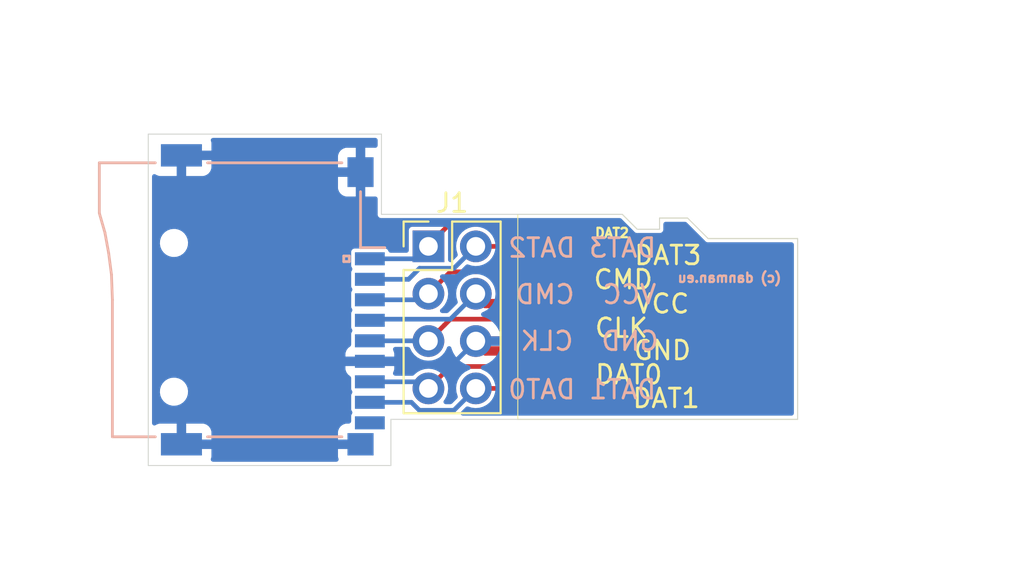
<source format=kicad_pcb>
(kicad_pcb (version 20211014) (generator pcbnew)
  (layers (0 "F.Cu" signal) (31 "B.Cu" signal) (34 "B.Paste" user) (35 "F.Paste" user) (36 "B.SilkS" user "B.Silkscreen") (37 "F.SilkS" user "F.Silkscreen") (38 "B.Mask" user) (39 "F.Mask" user) (44 "Edge.Cuts" user))
  (net 0 "")
  (net 1 "DAT1")
  (net 2 "DAT0")
  (net 3 "VSS")
  (net 4 "CLK")
  (net 5 "VDD")
  (net 6 "CMD")
  (net 7 "DAT3")
  (net 8 "DAT2")
  (footprint "sdbreakout:microSD_Card" (layer "F.Cu") (at 141.15 48.3)
    (fp_text reference "X1" hide)
    (fp_text value "microSD_Card" hide)
    (fp_line (start -7.5 4.9) (end 7.5 4.9) (layer "F.SilkS") (width 0.05))
    (fp_line (start -1.9 -6.1) (end -7.5 -6.1) (layer "F.SilkS") (width 0.05))
    (fp_line (start 2.7 -4.8) (end 1.6 -5.9) (layer "F.SilkS") (width 0.05))
    (fp_line (start -7.5 -6.1) (end -7.5 4.9) (layer "F.SilkS") (width 0.05))
    (fp_line (start 0.1 -5.9) (end 0.1 -5.3) (layer "F.SilkS") (width 0.05))
    (fp_line (start 0.1 -5.9) (end 1.6 -5.9) (layer "F.SilkS") (width 0.05))
    (fp_line (start 2.7 -4.8) (end 7.5 -4.8) (layer "F.SilkS") (width 0.05))
    (fp_line (start 7.5 -4.8) (end 7.5 4.9) (layer "F.SilkS") (width 0.05))
    (fp_line (start -1.1 -5.3) (end 0.1 -5.3) (layer "F.SilkS") (width 0.05))
    (fp_line (start -1.1 -5.3) (end -1.9 -6.1) (layer "F.SilkS") (width 0.05))
    (pad "1" smd rect locked (at 4.95 -3.8 90) (size 0.8 2.9) (layers "F.Cu" "F.Paste" "F.Mask") (net 8 "DAT2"))
    (pad "2" smd rect locked (at 4.95 -2.7 90) (size 0.8 2.9) (layers "F.Cu" "F.Paste" "F.Mask") (net 7 "DAT3"))
    (pad "3" smd rect locked (at 4.95 -1.6 90) (size 0.8 2.9) (layers "F.Cu" "F.Paste" "F.Mask") (net 6 "CMD"))
    (pad "4" smd rect locked (at 5.1 -0.5 90) (size 0.8 3.2) (layers "F.Cu" "F.Paste" "F.Mask") (net 5 "VDD"))
    (pad "5" smd rect locked (at 4.95 0.6 90) (size 0.8 2.9) (layers "F.Cu" "F.Paste" "F.Mask") (net 4 "CLK"))
    (pad "6" smd rect locked (at 5.1 1.7 90) (size 0.8 3.2) (layers "F.Cu" "F.Paste" "F.Mask") (net 3 "VSS"))
    (pad "7" smd rect locked (at 4.95 2.8 90) (size 0.8 2.9) (layers "F.Cu" "F.Paste" "F.Mask") (net 2 "DAT0"))
    (pad "8" smd rect locked (at 4.95 3.9 90) (size 0.8 2.9) (layers "F.Cu" "F.Paste" "F.Mask") (net 1 "DAT1"))
  )
  (footprint "Connector_PinHeader_2.54mm:PinHeader_2x04_P2.54mm_Vertical" (layer "F.Cu") (at 128.86 43.92)
    (fp_text reference "J1" (at 1.27 -2.33) (layer "F.SilkS"))
    (fp_text value "Conn_01x08_Male")
    (fp_line (start 1.27 1.27) (end 1.27 -1.33) (layer "F.SilkS") (width 0.12))
    (fp_line (start -1.33 1.27) (end 1.27 1.27) (layer "F.SilkS") (width 0.12))
    (fp_line (start -1.33 1.27) (end -1.33 8.95) (layer "F.SilkS") (width 0.12))
    (fp_line (start -1.33 8.95) (end 3.87 8.95) (layer "F.SilkS") (width 0.12))
    (fp_line (start -1.33 0) (end -1.33 -1.33) (layer "F.SilkS") (width 0.12))
    (fp_line (start 1.27 -1.33) (end 3.87 -1.33) (layer "F.SilkS") (width 0.12))
    (fp_line (start 3.87 -1.33) (end 3.87 8.95) (layer "F.SilkS") (width 0.12))
    (fp_line (start -1.33 -1.33) (end 0 -1.33) (layer "F.SilkS") (width 0.12))
    (pad "1" thru_hole rect locked (at 0 0) (size 1.7 1.7) (drill 1) (layers *.Cu *.Mask) (net 8 "DAT2"))
    (pad "2" thru_hole oval locked (at 2.54 0) (size 1.7 1.7) (drill 1) (layers *.Cu *.Mask) (net 7 "DAT3"))
    (pad "3" thru_hole oval locked (at 0 2.54) (size 1.7 1.7) (drill 1) (layers *.Cu *.Mask) (net 6 "CMD"))
    (pad "4" thru_hole oval locked (at 2.54 2.54) (size 1.7 1.7) (drill 1) (layers *.Cu *.Mask) (net 5 "VDD"))
    (pad "5" thru_hole oval locked (at 0 5.08) (size 1.7 1.7) (drill 1) (layers *.Cu *.Mask) (net 4 "CLK"))
    (pad "6" thru_hole oval locked (at 2.54 5.08) (size 1.7 1.7) (drill 1) (layers *.Cu *.Mask) (net 3 "VSS"))
    (pad "7" thru_hole oval locked (at 0 7.62) (size 1.7 1.7) (drill 1) (layers *.Cu *.Mask) (net 2 "DAT0"))
    (pad "8" thru_hole oval locked (at 2.54 7.62) (size 1.7 1.7) (drill 1) (layers *.Cu *.Mask) (net 1 "DAT1"))
  )
  (footprint "sdcard:Conn_uSDcard" (layer "B.Cu") (at 118.7196 46.7868 90)
    (fp_text reference "J2")
    (fp_text value "Micro_SD_Card")
    (fp_line (start -7.35 -1.7) (end -7.35 5.5) (layer "B.SilkS") (width 0.15))
    (fp_line (start 3.6 -7.2) (end 4.65 -7.5) (layer "B.SilkS") (width 0.15))
    (fp_line (start 0 -6.8) (end 1.35 -6.85) (layer "B.SilkS") (width 0.15))
    (fp_line (start 7.35 -7.5) (end 7.35 -4.5) (layer "B.SilkS") (width 0.15))
    (fp_line (start -7.35 -4.5) (end -7.35 -6.8) (layer "B.SilkS") (width 0.15))
    (fp_line (start 1.35 -6.85) (end 2.5 -7) (layer "B.SilkS") (width 0.15))
    (fp_line (start 2.05 5.9) (end 2.05 5.6) (layer "B.SilkS") (width 0.15))
    (fp_line (start 2.35 5.9) (end 2.05 5.9) (layer "B.SilkS") (width 0.15))
    (fp_line (start 4.65 -7.5) (end 7.35 -7.5) (layer "B.SilkS") (width 0.15))
    (fp_line (start 2.5 -7) (end 3.6 -7.2) (layer "B.SilkS") (width 0.15))
    (fp_line (start 7.35 5.5) (end 7.35 -1.7) (layer "B.SilkS") (width 0.15))
    (fp_line (start 2.05 5.6) (end 2.35 5.6) (layer "B.SilkS") (width 0.15))
    (fp_line (start 2.8 6.5) (end 2.8 7.8) (layer "B.SilkS") (width 0.15))
    (fp_line (start 2.8 6.5) (end 5.8 6.5) (layer "B.SilkS") (width 0.15))
    (fp_line (start -7.35 -6.8) (end 0 -6.8) (layer "B.SilkS") (width 0.15))
    (fp_line (start 2.35 5.6) (end 2.35 5.9) (layer "B.SilkS") (width 0.15))
    (pad "" np_thru_hole circle locked (at 3.05 -3.5 90) (size 1 1) (drill 1) (layers *.Cu))
    (pad "" np_thru_hole circle locked (at -4.93 -3.5 90) (size 1 1) (drill 1) (layers *.Cu))
    (pad "1" smd rect locked (at 2.2 7 90) (size 0.7 1.6) (layers "B.Cu" "B.Paste" "B.Mask") (net 8 "DAT2"))
    (pad "2" smd rect locked (at 1.1 7 90) (size 0.7 1.6) (layers "B.Cu" "B.Paste" "B.Mask") (net 7 "DAT3"))
    (pad "3" smd rect locked (at 0 7 90) (size 0.7 1.6) (layers "B.Cu" "B.Paste" "B.Mask") (net 6 "CMD"))
    (pad "4" smd rect locked (at -1.1 7 90) (size 0.7 1.6) (layers "B.Cu" "B.Paste" "B.Mask") (net 5 "VDD"))
    (pad "5" smd rect locked (at -2.2 7 90) (size 0.7 1.6) (layers "B.Cu" "B.Paste" "B.Mask") (net 4 "CLK"))
    (pad "6" smd rect locked (at 7.75 -3.1 90) (size 1.2 2.2) (layers "B.Cu" "B.Paste" "B.Mask") (net 3 "VSS"))
    (pad "6" smd rect locked (at 6.85 6.5 90) (size 1.6 1.4) (layers "B.Cu" "B.Paste" "B.Mask") (net 3 "VSS"))
    (pad "6" smd rect locked (at -7.75 -3.1 90) (size 1.2 2.2) (layers "B.Cu" "B.Paste" "B.Mask") (net 3 "VSS"))
    (pad "6" smd rect locked (at -7.75 6.5 90) (size 1.2 1.4) (layers "B.Cu" "B.Paste" "B.Mask") (net 3 "VSS"))
    (pad "6" smd rect locked (at -3.3 7 90) (size 0.7 1.6) (layers "B.Cu" "B.Paste" "B.Mask") (net 3 "VSS"))
    (pad "7" smd rect locked (at -4.4 7 90) (size 0.7 1.6) (layers "B.Cu" "B.Paste" "B.Mask") (net 2 "DAT0"))
    (pad "8" smd rect locked (at -5.5 7 90) (size 0.7 1.6) (layers "B.Cu" "B.Paste" "B.Mask") (net 1 "DAT1"))
    (pad "9" smd rect locked (at -6.6 7 90) (size 0.7 1.6) (layers "B.Cu" "B.Paste" "B.Mask"))
  )
  (gr_line (start 148.65 53.2) (end 148.65 43.5) (layer "Edge.Cuts") (width 0.05))
  (gr_line (start 113.8428 37.8968) (end 113.8428 55.6768) (layer "Edge.Cuts") (width 0.05))
  (gr_line (start 140.05 43) (end 139.25 42.2) (layer "Edge.Cuts") (width 0.05))
  (gr_line (start 113.8428 55.6768) (end 126.8476 55.6768) (layer "Edge.Cuts") (width 0.05))
  (gr_line (start 126.3396 37.8968) (end 113.8428 37.8968) (layer "Edge.Cuts") (width 0.05))
  (gr_line (start 141.25 43) (end 140.05 43) (layer "Edge.Cuts") (width 0.05))
  (gr_line (start 142.75 42.4) (end 141.25 42.4) (layer "Edge.Cuts") (width 0.05))
  (gr_line (start 139.25 42.2) (end 126.3396 42.2) (layer "Edge.Cuts") (width 0.05))
  (gr_line (start 126.8476 55.6768) (end 126.8476 53.2) (layer "Edge.Cuts") (width 0.05))
  (gr_line (start 126.3396 42.2) (end 126.3396 37.8968) (layer "Edge.Cuts") (width 0.05))
  (gr_line (start 143.85 43.5) (end 142.75 42.4) (layer "Edge.Cuts") (width 0.05))
  (gr_line (start 148.65 43.5) (end 143.85 43.5) (layer "Edge.Cuts") (width 0.05))
  (gr_line (start 141.25 42.4) (end 141.25 43) (layer "Edge.Cuts") (width 0.05))
  (gr_line (start 126.8476 53.2) (end 148.65 53.2) (layer "Edge.Cuts") (width 0.05))
  (gr_text "GND  CLK" (at 137.5 49) (layer "B.SilkS") (effects (font (size 1 1)) (justify mirror)))
  (gr_text "DAT3 DAT2" (at 137.1 44) (layer "B.SilkS") (effects (font (size 1 1)) (justify mirror)))
  (gr_text "VCC  CMD" (at 137.3 46.5) (layer "B.SilkS") (effects (font (size 1 1)) (justify mirror)))
  (gr_text "(c) danman.eu" (at 145 45.6) (layer "B.SilkS") (effects (font (size 0.5 0.5) (thickness 0.125)) (justify mirror)))
  (gr_text "DAT1 DAT0" (at 137.1 51.6) (layer "B.SilkS") (effects (font (size 1 1)) (justify mirror)))
  (gr_text "DAT0" (at 139.6 50.8) (layer "F.SilkS") (effects (font (size 1 1))))
  (gr_text "CMD" (at 139.3 45.7) (layer "F.SilkS") (effects (font (size 1 1))))
  (gr_text "DAT2" (at 138.7 43.2) (layer "F.SilkS") (effects (font (size 0.5 0.5) (thickness 0.125))))
  (gr_text "DAT1" (at 141.605 52.07) (layer "F.SilkS") (effects (font (size 1 1))))
  (gr_text "VCC" (at 141.4 47) (layer "F.SilkS") (effects (font (size 1 1))))
  (gr_text "CLK" (at 139.2 48.3) (layer "F.SilkS") (effects (font (size 1 1))))
  (gr_text "DAT3" (at 141.7 44.4) (layer "F.SilkS") (effects (font (size 1 1))))
  (gr_text "GND" (at 141.4 49.5) (layer "F.SilkS") (effects (font (size 1 1))))
  (segment (start 141.1 52.2) (end 140.97 52.07) (width 0.25) (layer "F.Cu") (net 1))
  (segment (start 135.89 52.07) (end 137.16 52.07) (width 1) (layer "F.Cu") (net 1))
  (segment (start 133.35 52.07) (end 135.89 52.07) (width 1) (layer "F.Cu") (net 1))
  (segment (start 133.35 52.07) (end 132.82 51.54) (width 0.25) (layer "F.Cu") (net 1))
  (segment (start 132.82 51.54) (end 131.4 51.54) (width 0.25) (layer "F.Cu") (net 1))
  (segment (start 146.1 52.2) (end 141.1 52.2) (width 0.25) (layer "F.Cu") (net 1))
  (segment (start 140.97 52.07) (end 135.89 52.07) (width 0.25) (layer "F.Cu") (net 1))
  (segment (start 127.94579 52.2868) (end 128.373501 52.714511) (width 0.25) (layer "B.Cu") (net 1))
  (segment (start 130.225489 52.714511) (end 131.4 51.54) (width 0.25) (layer "B.Cu") (net 1))
  (segment (start 125.7196 52.2868) (end 127.94579 52.2868) (width 0.25) (layer "B.Cu") (net 1))
  (segment (start 128.373501 52.714511) (end 130.225489 52.714511) (width 0.25) (layer "B.Cu") (net 1))
  (segment (start 129.709999 50.690001) (end 128.86 51.54) (width 0.25) (layer "F.Cu") (net 2))
  (segment (start 146.1 51.1) (end 141.27 51.1) (width 0.25) (layer "F.Cu") (net 2))
  (segment (start 132.914999 50.364999) (end 130.035001 50.364999) (width 0.25) (layer "F.Cu") (net 2))
  (segment (start 140.97 50.8) (end 135.89 50.8) (width 0.25) (layer "F.Cu") (net 2))
  (segment (start 130.035001 50.364999) (end 129.709999 50.690001) (width 0.25) (layer "F.Cu") (net 2))
  (segment (start 135.89 50.8) (end 137.16 50.8) (width 1) (layer "F.Cu") (net 2))
  (segment (start 133.35 50.8) (end 132.914999 50.364999) (width 0.25) (layer "F.Cu") (net 2))
  (segment (start 141.27 51.1) (end 140.97 50.8) (width 0.25) (layer "F.Cu") (net 2))
  (segment (start 133.35 50.8) (end 135.89 50.8) (width 1) (layer "F.Cu") (net 2))
  (segment (start 128.5068 51.1868) (end 128.86 51.54) (width 0.25) (layer "B.Cu") (net 2))
  (segment (start 125.7196 51.1868) (end 128.5068 51.1868) (width 0.25) (layer "B.Cu") (net 2))
  (segment (start 131.93 49.53) (end 131.4 49) (width 0.5) (layer "F.Cu") (net 3))
  (segment (start 133.35 49.53) (end 135.89 49.53) (width 1) (layer "F.Cu") (net 3))
  (segment (start 141.44 50) (end 140.97 49.53) (width 0.5) (layer "F.Cu") (net 3))
  (segment (start 133.35 49.53) (end 131.93 49.53) (width 0.5) (layer "F.Cu") (net 3))
  (segment (start 140.97 49.53) (end 135.89 49.53) (width 0.5) (layer "F.Cu") (net 3))
  (segment (start 146.25 50) (end 141.44 50) (width 0.5) (layer "F.Cu") (net 3))
  (segment (start 135.89 49.53) (end 137.16 49.53) (width 1) (layer "F.Cu") (net 3))
  (segment (start 125.7196 50.0868) (end 125.807311 50.174511) (width 0.25) (layer "B.Cu") (net 3))
  (segment (start 130.225489 50.174511) (end 131.4 49) (width 0.25) (layer "B.Cu") (net 3))
  (segment (start 125.807311 50.174511) (end 130.225489 50.174511) (width 0.25) (layer "B.Cu") (net 3))
  (segment (start 140.97 48.26) (end 134.62 48.26) (width 0.25) (layer "F.Cu") (net 4))
  (segment (start 133.35 48.26) (end 134.62 48.26) (width 1) (layer "F.Cu") (net 4))
  (segment (start 133.35 48.26) (end 132.914999 47.824999) (width 0.25) (layer "F.Cu") (net 4))
  (segment (start 129.709999 48.150001) (end 128.86 49) (width 0.25) (layer "F.Cu") (net 4))
  (segment (start 134.62 48.26) (end 137.16 48.26) (width 1) (layer "F.Cu") (net 4))
  (segment (start 132.914999 47.824999) (end 130.035001 47.824999) (width 0.25) (layer "F.Cu") (net 4))
  (segment (start 141.61 48.9) (end 140.97 48.26) (width 0.25) (layer "F.Cu") (net 4))
  (segment (start 130.035001 47.824999) (end 129.709999 48.150001) (width 0.25) (layer "F.Cu") (net 4))
  (segment (start 146.1 48.9) (end 141.61 48.9) (width 0.25) (layer "F.Cu") (net 4))
  (segment (start 128.8468 48.9868) (end 128.86 49) (width 0.25) (layer "B.Cu") (net 4))
  (segment (start 125.7196 48.9868) (end 128.8468 48.9868) (width 0.25) (layer "B.Cu") (net 4))
  (segment (start 133.35 46.99) (end 131.93 46.99) (width 0.5) (layer "F.Cu") (net 5))
  (segment (start 141.78 47.8) (end 140.97 46.99) (width 0.5) (layer "F.Cu") (net 5))
  (segment (start 140.97 46.99) (end 135.89 46.99) (width 0.5) (layer "F.Cu") (net 5))
  (segment (start 131.93 46.99) (end 131.4 46.46) (width 0.5) (layer "F.Cu") (net 5))
  (segment (start 133.35 46.99) (end 135.89 46.99) (width 1) (layer "F.Cu") (net 5))
  (segment (start 135.89 46.99) (end 137.16 46.99) (width 1) (layer "F.Cu") (net 5))
  (segment (start 146.25 47.8) (end 141.78 47.8) (width 0.5) (layer "F.Cu") (net 5))
  (segment (start 125.7196 47.8868) (end 125.780911 47.825489) (width 0.25) (layer "B.Cu") (net 5))
  (segment (start 130.034511 47.825489) (end 131.4 46.46) (width 0.25) (layer "B.Cu") (net 5))
  (segment (start 125.780911 47.825489) (end 130.034511 47.825489) (width 0.25) (layer "B.Cu") (net 5))
  (segment (start 132.914999 45.284999) (end 130.035001 45.284999) (width 0.25) (layer "F.Cu") (net 6))
  (segment (start 133.35 45.72) (end 135.89 45.72) (width 1) (layer "F.Cu") (net 6))
  (segment (start 141.982192 46.7) (end 141.002192 45.72) (width 0.25) (layer "F.Cu") (net 6))
  (segment (start 146.1 46.7) (end 141.982192 46.7) (width 0.25) (layer "F.Cu") (net 6))
  (segment (start 133.35 45.72) (end 132.914999 45.284999) (width 0.25) (layer "F.Cu") (net 6))
  (segment (start 130.035001 45.284999) (end 129.709999 45.610001) (width 0.25) (layer "F.Cu") (net 6))
  (segment (start 129.709999 45.610001) (end 128.86 46.46) (width 0.25) (layer "F.Cu") (net 6))
  (segment (start 135.89 45.72) (end 137.16 45.72) (width 1) (layer "F.Cu") (net 6))
  (segment (start 141.002192 45.72) (end 135.89 45.72) (width 0.25) (layer "F.Cu") (net 6))
  (segment (start 128.5332 46.7868) (end 128.86 46.46) (width 0.25) (layer "B.Cu") (net 6))
  (segment (start 125.7196 46.7868) (end 128.5332 46.7868) (width 0.25) (layer "B.Cu") (net 6))
  (segment (start 146.1 45.6) (end 141.518602 45.6) (width 0.25) (layer "F.Cu") (net 7))
  (segment (start 141.518602 45.6) (end 140.368602 44.45) (width 0.25) (layer "F.Cu") (net 7))
  (segment (start 133.35 44.45) (end 132.82 43.92) (width 0.25) (layer "F.Cu") (net 7))
  (segment (start 132.82 43.92) (end 131.4 43.92) (width 0.25) (layer "F.Cu") (net 7))
  (segment (start 140.368602 44.45) (end 137.16 44.45) (width 0.25) (layer "F.Cu") (net 7))
  (segment (start 133.35 44.45) (end 137.16 44.45) (width 1) (layer "F.Cu") (net 7))
  (segment (start 130.225489 45.094511) (end 131.4 43.92) (width 0.25) (layer "B.Cu") (net 7))
  (segment (start 127.7952 45.6868) (end 128.387489 45.094511) (width 0.25) (layer "B.Cu") (net 7))
  (segment (start 128.387489 45.094511) (end 130.225489 45.094511) (width 0.25) (layer "B.Cu") (net 7))
  (segment (start 125.7196 45.6868) (end 127.7952 45.6868) (width 0.25) (layer "B.Cu") (net 7))
  (segment (start 133.35 43.18) (end 132.914999 42.744999) (width 0.25) (layer "F.Cu") (net 8))
  (segment (start 133.35 43.18) (end 137.16 43.18) (width 1) (layer "F.Cu") (net 8))
  (segment (start 141.055012 44.5) (end 144.4 44.5) (width 0.25) (layer "F.Cu") (net 8))
  (segment (start 129.975001 42.744999) (end 129.54 43.18) (width 0.25) (layer "F.Cu") (net 8))
  (segment (start 137.16 43.18) (end 139.735012 43.18) (width 0.25) (layer "F.Cu") (net 8))
  (segment (start 144.4 44.5) (end 146.1 44.5) (width 0.25) (layer "F.Cu") (net 8))
  (segment (start 139.735012 43.18) (end 141.055012 44.5) (width 0.25) (layer "F.Cu") (net 8))
  (segment (start 132.914999 42.744999) (end 129.975001 42.744999) (width 0.25) (layer "F.Cu") (net 8))
  (segment (start 129.54 43.24) (end 128.86 43.92) (width 0.25) (layer "F.Cu") (net 8))
  (segment (start 129.54 43.18) (end 129.54 43.24) (width 0.25) (layer "F.Cu") (net 8))
  (segment (start 128.1932 44.5868) (end 128.86 43.92) (width 0.25) (layer "B.Cu") (net 8))
  (segment (start 125.7196 44.5868) (end 128.1932 44.5868) (width 0.25) (layer "B.Cu") (net 8))
  (zone (net 3) (net_name "VSS") (layers F&B.Cu) (connect_pads (clearance 0.2)) (min_thickness 0.254) (fill yes (thermal_gap 0.508) (thermal_bridge_width 0.508))
    (polygon (pts (xy 113.5888 37.6936) (xy 148.6408 37.6936) (xy 148.7424 56.5912) (xy 113.1316 56.2356)))
  )
)
</source>
